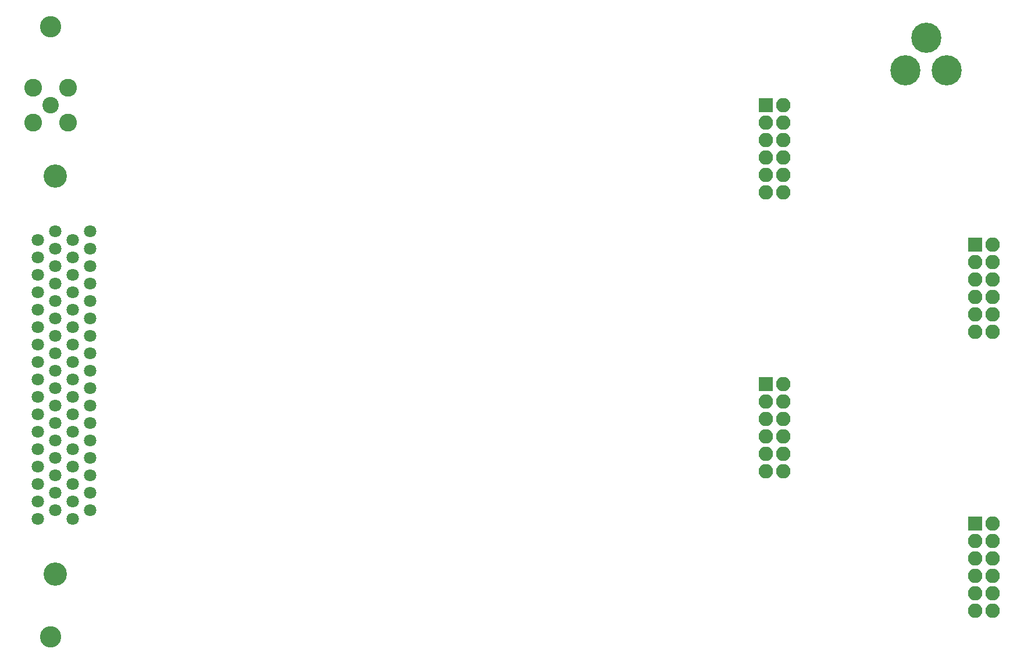
<source format=gbr>
G04 #@! TF.FileFunction,Soldermask,Bot*
%FSLAX46Y46*%
G04 Gerber Fmt 4.6, Leading zero omitted, Abs format (unit mm)*
G04 Created by KiCad (PCBNEW 4.0.7) date 11/06/18 11:25:05*
%MOMM*%
%LPD*%
G01*
G04 APERTURE LIST*
%ADD10C,0.100000*%
%ADD11C,3.400000*%
%ADD12C,1.800000*%
%ADD13C,2.600000*%
%ADD14C,2.400000*%
%ADD15R,2.100000X2.100000*%
%ADD16O,2.100000X2.100000*%
%ADD17C,4.400000*%
%ADD18C,3.100000*%
G04 APERTURE END LIST*
D10*
D11*
X33655000Y-111515000D03*
D12*
X33655000Y-61595000D03*
X38735000Y-61595000D03*
X36195000Y-62865000D03*
X38735000Y-64135000D03*
X36195000Y-65405000D03*
X38735000Y-66675000D03*
X36195000Y-67945000D03*
X38735000Y-69215000D03*
X36195000Y-70485000D03*
X38735000Y-71755000D03*
X36195000Y-73025000D03*
X38735000Y-74295000D03*
X36195000Y-75565000D03*
X38735000Y-76835000D03*
X36195000Y-78105000D03*
X38735000Y-79375000D03*
X36195000Y-80645000D03*
X38735000Y-81915000D03*
X36195000Y-83185000D03*
X38735000Y-84455000D03*
X36195000Y-85725000D03*
X38735000Y-86995000D03*
X36195000Y-88265000D03*
X38735000Y-89535000D03*
X36195000Y-90805000D03*
X38735000Y-92075000D03*
X36195000Y-93345000D03*
X38735000Y-94615000D03*
X36195000Y-95885000D03*
X38735000Y-97155000D03*
X36195000Y-98425000D03*
X38735000Y-99695000D03*
X36195000Y-100965000D03*
X38735000Y-102235000D03*
X36195000Y-103505000D03*
X31115000Y-62865000D03*
X33655000Y-64135000D03*
X31115000Y-65405000D03*
X33655000Y-66675000D03*
X31115000Y-67945000D03*
X33655000Y-69215000D03*
X31115000Y-70485000D03*
X33655000Y-71755000D03*
X31115000Y-73025000D03*
X33655000Y-74295000D03*
X31115000Y-75565000D03*
X33655000Y-76835000D03*
X31115000Y-78105000D03*
X33655000Y-79375000D03*
X31115000Y-80645000D03*
X33655000Y-81915000D03*
X31115000Y-83185000D03*
X33655000Y-84455000D03*
X31115000Y-85725000D03*
X33655000Y-86995000D03*
X31115000Y-88265000D03*
X33655000Y-89535000D03*
X31115000Y-90805000D03*
X33655000Y-92075000D03*
X31115000Y-93345000D03*
X33655000Y-94615000D03*
X31115000Y-95885000D03*
X33655000Y-97155000D03*
X31115000Y-98425000D03*
X33655000Y-99695000D03*
X31115000Y-100965000D03*
X33655000Y-102235000D03*
X31115000Y-103505000D03*
D11*
X33655000Y-53585000D03*
D13*
X30480000Y-45720000D03*
X30480000Y-40640000D03*
X35560000Y-40640000D03*
X35560000Y-45720000D03*
D14*
X33020000Y-43180000D03*
D15*
X167640000Y-104140000D03*
D16*
X170180000Y-104140000D03*
X167640000Y-106680000D03*
X170180000Y-106680000D03*
X167640000Y-109220000D03*
X170180000Y-109220000D03*
X167640000Y-111760000D03*
X170180000Y-111760000D03*
X167640000Y-114300000D03*
X170180000Y-114300000D03*
X167640000Y-116840000D03*
X170180000Y-116840000D03*
D15*
X137160000Y-83820000D03*
D16*
X139700000Y-83820000D03*
X137160000Y-86360000D03*
X139700000Y-86360000D03*
X137160000Y-88900000D03*
X139700000Y-88900000D03*
X137160000Y-91440000D03*
X139700000Y-91440000D03*
X137160000Y-93980000D03*
X139700000Y-93980000D03*
X137160000Y-96520000D03*
X139700000Y-96520000D03*
D15*
X167640000Y-63500000D03*
D16*
X170180000Y-63500000D03*
X167640000Y-66040000D03*
X170180000Y-66040000D03*
X167640000Y-68580000D03*
X170180000Y-68580000D03*
X167640000Y-71120000D03*
X170180000Y-71120000D03*
X167640000Y-73660000D03*
X170180000Y-73660000D03*
X167640000Y-76200000D03*
X170180000Y-76200000D03*
D15*
X137160000Y-43180000D03*
D16*
X139700000Y-43180000D03*
X137160000Y-45720000D03*
X139700000Y-45720000D03*
X137160000Y-48260000D03*
X139700000Y-48260000D03*
X137160000Y-50800000D03*
X139700000Y-50800000D03*
X137160000Y-53340000D03*
X139700000Y-53340000D03*
X137160000Y-55880000D03*
X139700000Y-55880000D03*
D17*
X157480000Y-38100000D03*
X163480000Y-38100000D03*
X160480000Y-33400000D03*
D18*
X33020000Y-31750000D03*
X33020000Y-120650000D03*
M02*

</source>
